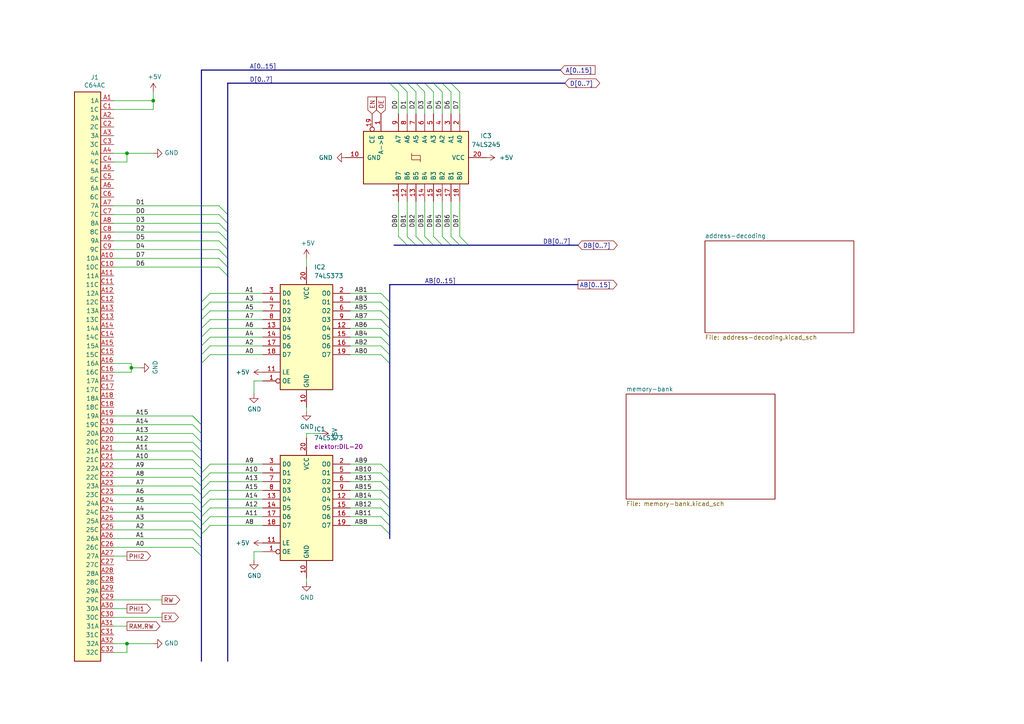
<source format=kicad_sch>
(kicad_sch (version 20231120) (generator "eeschema") (generator_version "8.0")
  (paper "A4")
  (lib_symbols
    (symbol "74xx:74LS245" (pin_names (offset 1.016))
      (property "Reference" "U" (at -7.62 16.51 0))
      (property "Value" "74LS245" (at -7.62 -16.51 0))
      (symbol "74LS245_1_0"
        (polyline (pts (xy -0.635 -1.27) (xy -0.635 1.27) (xy 0.635 1.27)))
        (polyline (pts (xy -1.27 -1.27) (xy 0.635 -1.27) (xy 0.635 1.27) (xy 1.27 1.27)))
        (pin input line (at -12.7 -10.16 0) (length 5.08) (name "A->B") (number "1"))
        (pin power_in line (at 0 -20.32 90) (length 5.08) (name "GND") (number "10"))
        (pin tri_state line (at 12.7 -5.08 180) (length 5.08) (name "B7") (number "11"))
        (pin tri_state line (at 12.7 -2.54 180) (length 5.08) (name "B6") (number "12"))
        (pin tri_state line (at 12.7 0 180) (length 5.08) (name "B5") (number "13"))
        (pin tri_state line (at 12.7 2.54 180) (length 5.08) (name "B4") (number "14"))
        (pin tri_state line (at 12.7 5.08 180) (length 5.08) (name "B3") (number "15"))
        (pin tri_state line (at 12.7 7.62 180) (length 5.08) (name "B2") (number "16"))
        (pin tri_state line (at 12.7 10.16 180) (length 5.08) (name "B1") (number "17"))
        (pin tri_state line (at 12.7 12.7 180) (length 5.08) (name "B0") (number "18"))
        (pin input inverted (at -12.7 -12.7 0) (length 5.08) (name "CE") (number "19"))
        (pin tri_state line (at -12.7 12.7 0) (length 5.08) (name "A0") (number "2"))
        (pin power_in line (at 0 20.32 270) (length 5.08) (name "VCC") (number "20"))
        (pin tri_state line (at -12.7 10.16 0) (length 5.08) (name "A1") (number "3"))
        (pin tri_state line (at -12.7 7.62 0) (length 5.08) (name "A2") (number "4"))
        (pin tri_state line (at -12.7 5.08 0) (length 5.08) (name "A3") (number "5"))
        (pin tri_state line (at -12.7 2.54 0) (length 5.08) (name "A4") (number "6"))
        (pin tri_state line (at -12.7 0 0) (length 5.08) (name "A5") (number "7"))
        (pin tri_state line (at -12.7 -2.54 0) (length 5.08) (name "A6") (number "8"))
        (pin tri_state line (at -12.7 -5.08 0) (length 5.08) (name "A7") (number "9"))
      )
      (symbol "74LS245_1_1"
        (rectangle (start -7.62 15.24) (end 7.62 -15.24) (stroke (width 0.254)) (fill (type background)))
      )
    )
    (symbol "74xx:74LS373"
      (property "Reference" "U" (at -7.62 16.51 0))
      (property "Value" "74LS373" (at -7.62 -16.51 0))
      (symbol "74LS373_1_0"
        (pin input inverted (at -12.7 -12.7 0) (length 5.08) (name "OE") (number "1"))
        (pin power_in line (at 0 -20.32 90) (length 5.08) (name "GND") (number "10"))
        (pin input line (at -12.7 -10.16 0) (length 5.08) (name "LE") (number "11"))
        (pin tri_state line (at 12.7 2.54 180) (length 5.08) (name "O4") (number "12"))
        (pin input line (at -12.7 2.54 0) (length 5.08) (name "D4") (number "13"))
        (pin input line (at -12.7 0 0) (length 5.08) (name "D5") (number "14"))
        (pin tri_state line (at 12.7 0 180) (length 5.08) (name "O5") (number "15"))
        (pin tri_state line (at 12.7 -2.54 180) (length 5.08) (name "O6") (number "16"))
        (pin input line (at -12.7 -2.54 0) (length 5.08) (name "D6") (number "17"))
        (pin input line (at -12.7 -5.08 0) (length 5.08) (name "D7") (number "18"))
        (pin tri_state line (at 12.7 -5.08 180) (length 5.08) (name "O7") (number "19"))
        (pin tri_state line (at 12.7 12.7 180) (length 5.08) (name "O0") (number "2"))
        (pin power_in line (at 0 20.32 270) (length 5.08) (name "VCC") (number "20"))
        (pin input line (at -12.7 12.7 0) (length 5.08) (name "D0") (number "3"))
        (pin input line (at -12.7 10.16 0) (length 5.08) (name "D1") (number "4"))
        (pin tri_state line (at 12.7 10.16 180) (length 5.08) (name "O1") (number "5"))
        (pin tri_state line (at 12.7 7.62 180) (length 5.08) (name "O2") (number "6"))
        (pin input line (at -12.7 7.62 0) (length 5.08) (name "D2") (number "7"))
        (pin input line (at -12.7 5.08 0) (length 5.08) (name "D3") (number "8"))
        (pin tri_state line (at 12.7 5.08 180) (length 5.08) (name "O3") (number "9"))
      )
      (symbol "74LS373_1_1"
        (rectangle (start -7.62 15.24) (end 7.62 -15.24) (stroke (width 0.254)) (fill (type background)))
      )
    )
    (symbol "junior-ram-rescue:+5V-power" (power) (pin_names (offset 0))
      (property "Value" "power_+5V" (at 0 3.556 0))
      (symbol "+5V-power_0_1"
        (polyline (pts (xy -0.762 1.27) (xy 0 2.54)))
        (polyline (pts (xy 0 0) (xy 0 2.54)))
        (polyline (pts (xy 0 2.54) (xy 0.762 1.27)))
      )
      (symbol "+5V-power_1_1"
        (pin power_in line (at 0 0 90) (length 0) hide (name "+5V") (number "1"))
      )
    )
    (symbol "junior-ram-rescue:C64AC-Connector"
      (property "Reference" "J" (at 0 85.09 0))
      (property "Value" "Connector_C64AC" (at 6.35 1.27 90))
      (symbol "C64AC-Connector_0_1"
        (rectangle (start -3.81 -81.28) (end 3.81 83.82) (stroke (width 0.254)) (fill (type background)))
      )
      (symbol "C64AC-Connector_1_1"
        (pin passive line (at -7.62 81.28 0) (length 3.81) (name "1A") (number "A1"))
        (pin passive line (at -7.62 35.56 0) (length 3.81) (name "10A") (number "A10"))
        (pin passive line (at -7.62 30.48 0) (length 3.81) (name "11A") (number "A11"))
        (pin passive line (at -7.62 25.4 0) (length 3.81) (name "12A") (number "A12"))
        (pin passive line (at -7.62 20.32 0) (length 3.81) (name "13A") (number "A13"))
        (pin passive line (at -7.62 15.24 0) (length 3.81) (name "14A") (number "A14"))
        (pin passive line (at -7.62 10.16 0) (length 3.81) (name "15A") (number "A15"))
        (pin passive line (at -7.62 5.08 0) (length 3.81) (name "16A") (number "A16"))
        (pin passive line (at -7.62 0 0) (length 3.81) (name "17A") (number "A17"))
        (pin passive line (at -7.62 -5.08 0) (length 3.81) (name "18A") (number "A18"))
        (pin passive line (at -7.62 -10.16 0) (length 3.81) (name "19A") (number "A19"))
        (pin passive line (at -7.62 76.2 0) (length 3.81) (name "2A") (number "A2"))
        (pin passive line (at -7.62 -15.24 0) (length 3.81) (name "20A") (number "A20"))
        (pin passive line (at -7.62 -20.32 0) (length 3.81) (name "21A") (number "A21"))
        (pin passive line (at -7.62 -25.4 0) (length 3.81) (name "22A") (number "A22"))
        (pin passive line (at -7.62 -30.48 0) (length 3.81) (name "23A") (number "A23"))
        (pin passive line (at -7.62 -35.56 0) (length 3.81) (name "24A") (number "A24"))
        (pin passive line (at -7.62 -40.64 0) (length 3.81) (name "25A") (number "A25"))
        (pin passive line (at -7.62 -45.72 0) (length 3.81) (name "26A") (number "A26"))
        (pin passive line (at -7.62 -50.8 0) (length 3.81) (name "27A") (number "A27"))
        (pin passive line (at -7.62 -55.88 0) (length 3.81) (name "28A") (number "A28"))
        (pin passive line (at -7.62 -60.96 0) (length 3.81) (name "29A") (number "A29"))
        (pin passive line (at -7.62 71.12 0) (length 3.81) (name "3A") (number "A3"))
        (pin passive line (at -7.62 -66.04 0) (length 3.81) (name "30A") (number "A30"))
        (pin passive line (at -7.62 -71.12 0) (length 3.81) (name "31A") (number "A31"))
        (pin passive line (at -7.62 -76.2 0) (length 3.81) (name "32A") (number "A32"))
        (pin passive line (at -7.62 66.04 0) (length 3.81) (name "4A") (number "A4"))
        (pin passive line (at -7.62 60.96 0) (length 3.81) (name "5A") (number "A5"))
        (pin passive line (at -7.62 55.88 0) (length 3.81) (name "6A") (number "A6"))
        (pin passive line (at -7.62 50.8 0) (length 3.81) (name "7A") (number "A7"))
        (pin passive line (at -7.62 45.72 0) (length 3.81) (name "8A") (number "A8"))
        (pin passive line (at -7.62 40.64 0) (length 3.81) (name "9A") (number "A9"))
        (pin passive line (at -7.62 78.74 0) (length 3.81) (name "1C") (number "C1"))
        (pin passive line (at -7.62 33.02 0) (length 3.81) (name "10C") (number "C10"))
        (pin passive line (at -7.62 27.94 0) (length 3.81) (name "11C") (number "C11"))
        (pin passive line (at -7.62 22.86 0) (length 3.81) (name "12C") (number "C12"))
        (pin passive line (at -7.62 17.78 0) (length 3.81) (name "13C") (number "C13"))
        (pin passive line (at -7.62 12.7 0) (length 3.81) (name "14C") (number "C14"))
        (pin passive line (at -7.62 7.62 0) (length 3.81) (name "15C") (number "C15"))
        (pin passive line (at -7.62 2.54 0) (length 3.81) (name "16C") (number "C16"))
        (pin passive line (at -7.62 -2.54 0) (length 3.81) (name "17C") (number "C17"))
        (pin passive line (at -7.62 -7.62 0) (length 3.81) (name "18C") (number "C18"))
        (pin passive line (at -7.62 -12.7 0) (length 3.81) (name "19C") (number "C19"))
        (pin passive line (at -7.62 73.66 0) (length 3.81) (name "2C") (number "C2"))
        (pin passive line (at -7.62 -17.78 0) (length 3.81) (name "20C") (number "C20"))
        (pin passive line (at -7.62 -22.86 0) (length 3.81) (name "21C") (number "C21"))
        (pin passive line (at -7.62 -27.94 0) (length 3.81) (name "22C") (number "C22"))
        (pin passive line (at -7.62 -33.02 0) (length 3.81) (name "23C") (number "C23"))
        (pin passive line (at -7.62 -38.1 0) (length 3.81) (name "24C") (number "C24"))
        (pin passive line (at -7.62 -43.18 0) (length 3.81) (name "25C") (number "C25"))
        (pin passive line (at -7.62 -48.26 0) (length 3.81) (name "26C") (number "C26"))
        (pin passive line (at -7.62 -53.34 0) (length 3.81) (name "27C") (number "C27"))
        (pin passive line (at -7.62 -58.42 0) (length 3.81) (name "28C") (number "C28"))
        (pin passive line (at -7.62 -63.5 0) (length 3.81) (name "29C") (number "C29"))
        (pin passive line (at -7.62 68.58 0) (length 3.81) (name "3C") (number "C3"))
        (pin passive line (at -7.62 -68.58 0) (length 3.81) (name "30C") (number "C30"))
        (pin passive line (at -7.62 -73.66 0) (length 3.81) (name "31C") (number "C31"))
        (pin passive line (at -7.62 -78.74 0) (length 3.81) (name "32C") (number "C32"))
        (pin passive line (at -7.62 63.5 0) (length 3.81) (name "4C") (number "C4"))
        (pin passive line (at -7.62 58.42 0) (length 3.81) (name "5C") (number "C5"))
        (pin passive line (at -7.62 53.34 0) (length 3.81) (name "6C") (number "C6"))
        (pin passive line (at -7.62 48.26 0) (length 3.81) (name "7C") (number "C7"))
        (pin passive line (at -7.62 43.18 0) (length 3.81) (name "8C") (number "C8"))
        (pin passive line (at -7.62 38.1 0) (length 3.81) (name "9C") (number "C9"))
      )
    )
    (symbol "junior-ram-rescue:GND-power" (power) (pin_names (offset 0))
      (property "Value" "power_GND" (at 0 -3.81 0))
      (symbol "GND-power_0_1"
        (polyline (pts (xy 0 0) (xy 0 -1.27) (xy 1.27 -1.27) (xy 0 -2.54) (xy -1.27 -1.27) (xy 0 -1.27)))
      )
      (symbol "GND-power_1_1"
        (pin power_in line (at 0 0 270) (length 0) hide (name "GND") (number "1"))
      )
    )
    (symbol "power:+5V" (power) (pin_numbers hide) (pin_names (offset 0) hide)
      (property "Value" "+5V" (at 0 3.556 0))
      (symbol "+5V_0_1"
        (polyline (pts (xy -0.762 1.27) (xy 0 2.54)))
        (polyline (pts (xy 0 0) (xy 0 2.54)))
        (polyline (pts (xy 0 2.54) (xy 0.762 1.27)))
      )
      (symbol "+5V_1_1"
        (pin power_in line (at 0 0 90) (length 0) (name "~") (number "1"))
      )
    )
    (symbol "power:GND" (power) (pin_numbers hide) (pin_names (offset 0) hide)
      (property "Value" "GND" (at 0 -3.81 0))
      (symbol "GND_0_1"
        (polyline (pts (xy 0 0) (xy 0 -1.27) (xy 1.27 -1.27) (xy 0 -2.54) (xy -1.27 -1.27) (xy 0 -1.27)))
      )
      (symbol "GND_1_1"
        (pin power_in line (at 0 0 270) (length 0) (name "~") (number "1"))
      )
    )
  )
  (junction (at 36.83 44.45))
  (junction (at 44.45 29.21))
  (junction (at 38.1 106.68))
  (junction (at 36.83 186.69))
  (bus_entry (at 58.42 100.33) (size 2.54 -2.54))
  (bus_entry (at 55.88 146.05) (size 2.54 2.54))
  (bus_entry (at 55.88 120.65) (size 2.54 2.54))
  (bus_entry (at 110.49 144.78) (size 2.54 2.54))
  (bus_entry (at 125.73 24.13) (size 2.54 2.54))
  (bus_entry (at 63.5 72.39) (size 2.54 2.54))
  (bus_entry (at 110.49 102.87) (size 2.54 2.54))
  (bus_entry (at 130.81 24.13) (size 2.54 2.54))
  (bus_entry (at 110.49 95.25) (size 2.54 2.54))
  (bus_entry (at 55.88 125.73) (size 2.54 2.54))
  (bus_entry (at 55.88 133.35) (size 2.54 2.54))
  (bus_entry (at 63.5 74.93) (size 2.54 2.54))
  (bus_entry (at 55.88 143.51) (size 2.54 2.54))
  (bus_entry (at 58.42 147.32) (size 2.54 -2.54))
  (bus_entry (at 110.49 139.7) (size 2.54 2.54))
  (bus_entry (at 55.88 151.13) (size 2.54 2.54))
  (bus_entry (at 55.88 153.67) (size 2.54 2.54))
  (bus_entry (at 133.35 68.58) (size 2.54 2.54))
  (bus_entry (at 63.5 59.69) (size 2.54 2.54))
  (bus_entry (at 63.5 62.23) (size 2.54 2.54))
  (bus_entry (at 110.49 85.09) (size 2.54 2.54))
  (bus_entry (at 110.49 92.71) (size 2.54 2.54))
  (bus_entry (at 123.19 68.58) (size 2.54 2.54))
  (bus_entry (at 110.49 142.24) (size 2.54 2.54))
  (bus_entry (at 113.03 24.13) (size 2.54 2.54))
  (bus_entry (at 63.5 67.31) (size 2.54 2.54))
  (bus_entry (at 118.11 24.13) (size 2.54 2.54))
  (bus_entry (at 58.42 90.17) (size 2.54 -2.54))
  (bus_entry (at 110.49 147.32) (size 2.54 2.54))
  (bus_entry (at 58.42 142.24) (size 2.54 -2.54))
  (bus_entry (at 55.88 135.89) (size 2.54 2.54))
  (bus_entry (at 55.88 158.75) (size 2.54 2.54))
  (bus_entry (at 58.42 149.86) (size 2.54 -2.54))
  (bus_entry (at 55.88 123.19) (size 2.54 2.54))
  (bus_entry (at 115.57 68.58) (size 2.54 2.54))
  (bus_entry (at 63.5 77.47) (size 2.54 2.54))
  (bus_entry (at 118.11 68.58) (size 2.54 2.54))
  (bus_entry (at 58.42 152.4) (size 2.54 -2.54))
  (bus_entry (at 110.49 149.86) (size 2.54 2.54))
  (bus_entry (at 58.42 92.71) (size 2.54 -2.54))
  (bus_entry (at 63.5 64.77) (size 2.54 2.54))
  (bus_entry (at 123.19 24.13) (size 2.54 2.54))
  (bus_entry (at 58.42 97.79) (size 2.54 -2.54))
  (bus_entry (at 110.49 100.33) (size 2.54 2.54))
  (bus_entry (at 55.88 120.65) (size 2.54 2.54))
  (bus_entry (at 58.42 95.25) (size 2.54 -2.54))
  (bus_entry (at 128.27 24.13) (size 2.54 2.54))
  (bus_entry (at 58.42 102.87) (size 2.54 -2.54))
  (bus_entry (at 130.81 68.58) (size 2.54 2.54))
  (bus_entry (at 110.49 152.4) (size 2.54 2.54))
  (bus_entry (at 55.88 156.21) (size 2.54 2.54))
  (bus_entry (at 58.42 154.94) (size 2.54 -2.54))
  (bus_entry (at 125.73 68.58) (size 2.54 2.54))
  (bus_entry (at 128.27 68.58) (size 2.54 2.54))
  (bus_entry (at 63.5 69.85) (size 2.54 2.54))
  (bus_entry (at 55.88 148.59) (size 2.54 2.54))
  (bus_entry (at 58.42 137.16) (size 2.54 -2.54))
  (bus_entry (at 58.42 105.41) (size 2.54 -2.54))
  (bus_entry (at 110.49 97.79) (size 2.54 2.54))
  (bus_entry (at 58.42 87.63) (size 2.54 -2.54))
  (bus_entry (at 120.65 68.58) (size 2.54 2.54))
  (bus_entry (at 110.49 90.17) (size 2.54 2.54))
  (bus_entry (at 55.88 138.43) (size 2.54 2.54))
  (bus_entry (at 115.57 24.13) (size 2.54 2.54))
  (bus_entry (at 110.49 87.63) (size 2.54 2.54))
  (bus_entry (at 110.49 137.16) (size 2.54 2.54))
  (bus_entry (at 55.88 130.81) (size 2.54 2.54))
  (bus_entry (at 55.88 140.97) (size 2.54 2.54))
  (bus_entry (at 58.42 144.78) (size 2.54 -2.54))
  (bus_entry (at 55.88 128.27) (size 2.54 2.54))
  (bus_entry (at 58.42 139.7) (size 2.54 -2.54))
  (bus_entry (at 120.65 24.13) (size 2.54 2.54))
  (bus_entry (at 110.49 134.62) (size 2.54 2.54))
  (bus (pts (xy 115.57 24.13) (xy 118.11 24.13)))
  (wire (pts (xy 33.02 31.75) (xy 44.45 31.75)))
  (wire (pts (xy 63.5 77.47) (xy 33.02 77.47)))
  (bus (pts (xy 58.42 146.05) (xy 58.42 147.32)))
  (bus (pts (xy 133.35 71.12) (xy 135.89 71.12)))
  (wire (pts (xy 133.35 58.42) (xy 133.35 68.58)))
  (bus (pts (xy 58.42 144.78) (xy 58.42 146.05)))
  (wire (pts (xy 101.6 95.25) (xy 110.49 95.25)))
  (bus (pts (xy 58.42 95.25) (xy 58.42 97.79)))
  (wire (pts (xy 115.57 58.42) (xy 115.57 68.58)))
  (wire (pts (xy 38.1 107.95) (xy 38.1 106.68)))
  (bus (pts (xy 66.04 69.85) (xy 66.04 72.39)))
  (wire (pts (xy 44.45 29.21) (xy 44.45 26.67)))
  (wire (pts (xy 88.9 125.73) (xy 88.9 127)))
  (bus (pts (xy 58.42 133.35) (xy 58.42 135.89)))
  (wire (pts (xy 101.6 142.24) (xy 110.49 142.24)))
  (wire (pts (xy 101.6 152.4) (xy 110.49 152.4)))
  (wire (pts (xy 33.02 158.75) (xy 55.88 158.75)))
  (bus (pts (xy 113.03 105.41) (xy 113.03 137.16)))
  (wire (pts (xy 33.02 29.21) (xy 44.45 29.21)))
  (wire (pts (xy 33.02 46.99) (xy 36.83 46.99)))
  (wire (pts (xy 73.66 110.49) (xy 73.66 114.3)))
  (wire (pts (xy 33.02 123.19) (xy 55.88 123.19)))
  (bus (pts (xy 58.42 135.89) (xy 58.42 137.16)))
  (bus (pts (xy 66.04 67.31) (xy 66.04 69.85)))
  (wire (pts (xy 55.88 140.97) (xy 33.02 140.97)))
  (bus (pts (xy 113.03 149.86) (xy 113.03 152.4)))
  (wire (pts (xy 118.11 26.67) (xy 118.11 33.02)))
  (wire (pts (xy 130.81 26.67) (xy 130.81 33.02)))
  (bus (pts (xy 58.42 158.75) (xy 58.42 161.29)))
  (bus (pts (xy 58.42 143.51) (xy 58.42 144.78)))
  (wire (pts (xy 130.81 58.42) (xy 130.81 68.58)))
  (wire (pts (xy 115.57 26.67) (xy 115.57 33.02)))
  (wire (pts (xy 55.88 156.21) (xy 33.02 156.21)))
  (bus (pts (xy 123.19 24.13) (xy 125.73 24.13)))
  (wire (pts (xy 36.83 189.23) (xy 36.83 186.69)))
  (wire (pts (xy 44.45 31.75) (xy 44.45 29.21)))
  (wire (pts (xy 76.2 110.49) (xy 73.66 110.49)))
  (bus (pts (xy 58.42 148.59) (xy 58.42 149.86)))
  (bus (pts (xy 58.42 20.32) (xy 58.42 87.63)))
  (bus (pts (xy 113.03 147.32) (xy 113.03 149.86)))
  (bus (pts (xy 58.42 102.87) (xy 58.42 105.41)))
  (bus (pts (xy 130.81 24.13) (xy 163.83 24.13)))
  (bus (pts (xy 113.03 102.87) (xy 113.03 105.41)))
  (wire (pts (xy 33.02 148.59) (xy 55.88 148.59)))
  (wire (pts (xy 101.6 147.32) (xy 110.49 147.32)))
  (wire (pts (xy 44.45 44.45) (xy 36.83 44.45)))
  (bus (pts (xy 113.03 154.94) (xy 113.03 156.21)))
  (wire (pts (xy 60.96 102.87) (xy 76.2 102.87)))
  (wire (pts (xy 76.2 134.62) (xy 60.96 134.62)))
  (bus (pts (xy 113.03 144.78) (xy 113.03 147.32)))
  (bus (pts (xy 120.65 71.12) (xy 123.19 71.12)))
  (bus (pts (xy 58.42 161.29) (xy 58.42 191.77)))
  (wire (pts (xy 55.88 120.65) (xy 33.02 120.65)))
  (wire (pts (xy 60.96 97.79) (xy 76.2 97.79)))
  (bus (pts (xy 113.03 90.17) (xy 113.03 92.71)))
  (bus (pts (xy 125.73 24.13) (xy 128.27 24.13)))
  (wire (pts (xy 76.2 90.17) (xy 60.96 90.17)))
  (wire (pts (xy 73.66 160.02) (xy 73.66 162.56)))
  (bus (pts (xy 58.42 147.32) (xy 58.42 148.59)))
  (wire (pts (xy 101.6 87.63) (xy 110.49 87.63)))
  (bus (pts (xy 113.03 152.4) (xy 113.03 154.94)))
  (bus (pts (xy 58.42 87.63) (xy 58.42 90.17)))
  (wire (pts (xy 55.88 130.81) (xy 33.02 130.81)))
  (bus (pts (xy 58.42 149.86) (xy 58.42 151.13)))
  (wire (pts (xy 76.2 95.25) (xy 60.96 95.25)))
  (wire (pts (xy 110.49 102.87) (xy 101.6 102.87)))
  (wire (pts (xy 101.6 100.33) (xy 110.49 100.33)))
  (wire (pts (xy 63.5 62.23) (xy 33.02 62.23)))
  (bus (pts (xy 58.42 20.32) (xy 162.56 20.32)))
  (wire (pts (xy 110.49 97.79) (xy 101.6 97.79)))
  (bus (pts (xy 58.42 125.73) (xy 58.42 128.27)))
  (wire (pts (xy 63.5 74.93) (xy 33.02 74.93)))
  (wire (pts (xy 110.49 144.78) (xy 101.6 144.78)))
  (wire (pts (xy 110.49 90.17) (xy 101.6 90.17)))
  (wire (pts (xy 110.49 85.09) (xy 101.6 85.09)))
  (bus (pts (xy 128.27 24.13) (xy 130.81 24.13)))
  (bus (pts (xy 66.04 77.47) (xy 66.04 80.01)))
  (wire (pts (xy 63.5 64.77) (xy 33.02 64.77)))
  (wire (pts (xy 63.5 69.85) (xy 33.02 69.85)))
  (wire (pts (xy 125.73 26.67) (xy 125.73 33.02)))
  (bus (pts (xy 135.89 71.12) (xy 167.64 71.12)))
  (wire (pts (xy 76.2 149.86) (xy 60.96 149.86)))
  (wire (pts (xy 88.9 167.64) (xy 88.9 168.91)))
  (wire (pts (xy 36.83 161.29) (xy 33.02 161.29)))
  (bus (pts (xy 113.03 100.33) (xy 113.03 102.87)))
  (wire (pts (xy 36.83 186.69) (xy 33.02 186.69)))
  (wire (pts (xy 110.49 134.62) (xy 101.6 134.62)))
  (bus (pts (xy 58.42 139.7) (xy 58.42 140.97)))
  (wire (pts (xy 55.88 125.73) (xy 33.02 125.73)))
  (bus (pts (xy 58.42 151.13) (xy 58.42 152.4)))
  (bus (pts (xy 58.42 90.17) (xy 58.42 92.71)))
  (bus (pts (xy 113.03 82.55) (xy 167.64 82.55)))
  (bus (pts (xy 58.42 137.16) (xy 58.42 138.43)))
  (bus (pts (xy 58.42 138.43) (xy 58.42 139.7)))
  (wire (pts (xy 38.1 106.68) (xy 38.1 105.41)))
  (wire (pts (xy 33.02 153.67) (xy 55.88 153.67)))
  (bus (pts (xy 58.42 140.97) (xy 58.42 142.24)))
  (wire (pts (xy 33.02 143.51) (xy 55.88 143.51)))
  (wire (pts (xy 55.88 151.13) (xy 33.02 151.13)))
  (bus (pts (xy 113.03 24.13) (xy 115.57 24.13)))
  (wire (pts (xy 133.35 26.67) (xy 133.35 33.02)))
  (wire (pts (xy 125.73 58.42) (xy 125.73 68.58)))
  (wire (pts (xy 55.88 146.05) (xy 33.02 146.05)))
  (bus (pts (xy 58.42 105.41) (xy 58.42 123.19)))
  (wire (pts (xy 60.96 87.63) (xy 76.2 87.63)))
  (wire (pts (xy 128.27 26.67) (xy 128.27 33.02)))
  (wire (pts (xy 33.02 173.99) (xy 46.99 173.99)))
  (wire (pts (xy 123.19 58.42) (xy 123.19 68.58)))
  (wire (pts (xy 92.71 125.73) (xy 88.9 125.73)))
  (wire (pts (xy 101.6 92.71) (xy 110.49 92.71)))
  (bus (pts (xy 123.19 71.12) (xy 125.73 71.12)))
  (wire (pts (xy 33.02 189.23) (xy 36.83 189.23)))
  (wire (pts (xy 63.5 59.69) (xy 33.02 59.69)))
  (bus (pts (xy 118.11 71.12) (xy 120.65 71.12)))
  (wire (pts (xy 33.02 181.61) (xy 36.83 181.61)))
  (bus (pts (xy 58.42 130.81) (xy 58.42 133.35)))
  (bus (pts (xy 58.42 142.24) (xy 58.42 143.51)))
  (bus (pts (xy 125.73 71.12) (xy 128.27 71.12)))
  (bus (pts (xy 58.42 154.94) (xy 58.42 156.21)))
  (wire (pts (xy 38.1 105.41) (xy 33.02 105.41)))
  (wire (pts (xy 33.02 133.35) (xy 55.88 133.35)))
  (bus (pts (xy 128.27 71.12) (xy 130.81 71.12)))
  (bus (pts (xy 66.04 62.23) (xy 66.04 64.77)))
  (wire (pts (xy 110.49 149.86) (xy 101.6 149.86)))
  (wire (pts (xy 76.2 139.7) (xy 60.96 139.7)))
  (bus (pts (xy 66.04 72.39) (xy 66.04 74.93)))
  (wire (pts (xy 33.02 176.53) (xy 36.83 176.53)))
  (wire (pts (xy 63.5 67.31) (xy 33.02 67.31)))
  (bus (pts (xy 113.03 82.55) (xy 113.03 87.63)))
  (wire (pts (xy 101.6 137.16) (xy 110.49 137.16)))
  (wire (pts (xy 60.96 142.24) (xy 76.2 142.24)))
  (wire (pts (xy 36.83 44.45) (xy 33.02 44.45)))
  (bus (pts (xy 66.04 24.13) (xy 66.04 62.23)))
  (wire (pts (xy 44.45 186.69) (xy 36.83 186.69)))
  (wire (pts (xy 123.19 26.67) (xy 123.19 33.02)))
  (bus (pts (xy 66.04 80.01) (xy 66.04 191.77)))
  (wire (pts (xy 76.2 85.09) (xy 60.96 85.09)))
  (bus (pts (xy 58.42 97.79) (xy 58.42 100.33)))
  (wire (pts (xy 110.49 139.7) (xy 101.6 139.7)))
  (wire (pts (xy 76.2 144.78) (xy 60.96 144.78)))
  (bus (pts (xy 120.65 24.13) (xy 123.19 24.13)))
  (wire (pts (xy 33.02 179.07) (xy 46.99 179.07)))
  (bus (pts (xy 58.42 152.4) (xy 58.42 153.67)))
  (bus (pts (xy 58.42 153.67) (xy 58.42 154.94)))
  (bus (pts (xy 113.03 142.24) (xy 113.03 144.78)))
  (bus (pts (xy 58.42 100.33) (xy 58.42 102.87)))
  (wire (pts (xy 60.96 147.32) (xy 76.2 147.32)))
  (wire (pts (xy 60.96 152.4) (xy 76.2 152.4)))
  (bus (pts (xy 58.42 123.19) (xy 58.42 125.73)))
  (wire (pts (xy 76.2 100.33) (xy 60.96 100.33)))
  (wire (pts (xy 128.27 58.42) (xy 128.27 68.58)))
  (bus (pts (xy 130.81 71.12) (xy 133.35 71.12)))
  (wire (pts (xy 118.11 58.42) (xy 118.11 68.58)))
  (bus (pts (xy 66.04 74.93) (xy 66.04 77.47)))
  (bus (pts (xy 113.03 97.79) (xy 113.03 100.33)))
  (wire (pts (xy 120.65 58.42) (xy 120.65 68.58)))
  (bus (pts (xy 58.42 92.71) (xy 58.42 95.25)))
  (bus (pts (xy 113.03 139.7) (xy 113.03 142.24)))
  (wire (pts (xy 36.83 46.99) (xy 36.83 44.45)))
  (wire (pts (xy 60.96 92.71) (xy 76.2 92.71)))
  (wire (pts (xy 55.88 135.89) (xy 33.02 135.89)))
  (wire (pts (xy 88.9 74.93) (xy 88.9 77.47)))
  (bus (pts (xy 118.11 24.13) (xy 120.65 24.13)))
  (bus (pts (xy 113.03 95.25) (xy 113.03 97.79)))
  (wire (pts (xy 33.02 128.27) (xy 55.88 128.27)))
  (bus (pts (xy 58.42 128.27) (xy 58.42 130.81)))
  (wire (pts (xy 33.02 138.43) (xy 55.88 138.43)))
  (bus (pts (xy 66.04 24.13) (xy 113.03 24.13)))
  (wire (pts (xy 60.96 137.16) (xy 76.2 137.16)))
  (wire (pts (xy 38.1 106.68) (xy 40.64 106.68)))
  (bus (pts (xy 113.03 137.16) (xy 113.03 139.7)))
  (bus (pts (xy 114.3 71.12) (xy 118.11 71.12)))
  (wire (pts (xy 76.2 160.02) (xy 73.66 160.02)))
  (bus (pts (xy 113.03 92.71) (xy 113.03 95.25)))
  (bus (pts (xy 113.03 87.63) (xy 113.03 90.17)))
  (wire (pts (xy 88.9 118.11) (xy 88.9 119.38)))
  (wire (pts (xy 120.65 26.67) (xy 120.65 33.02)))
  (wire (pts (xy 33.02 107.95) (xy 38.1 107.95)))
  (bus (pts (xy 58.42 156.21) (xy 58.42 158.75)))
  (bus (pts (xy 66.04 64.77) (xy 66.04 67.31)))
  (wire (pts (xy 63.5 72.39) (xy 33.02 72.39)))
  (label "D4" (at 39.37 72.39 0))
  (label "D0" (at 115.57 31.75 90))
  (label "DB[0..7]" (at 157.48 71.12 0))
  (label "A0" (at 39.37 158.75 0))
  (label "AB5" (at 102.87 90.17 0))
  (label "A13" (at 71.12 139.7 0))
  (label "DB7" (at 133.35 66.04 90))
  (label "D2" (at 39.37 67.31 0))
  (label "A8" (at 71.12 152.4 0))
  (label "DB5" (at 128.27 66.04 90))
  (label "DB0" (at 115.57 66.04 90))
  (label "A[0..15]" (at 72.39 20.32 0))
  (label "A15" (at 71.12 142.24 0))
  (label "A2" (at 71.12 100.33 0))
  (label "D[0..7]" (at 72.39 24.13 0))
  (label "AB4" (at 102.87 97.79 0))
  (label "D3" (at 123.19 31.75 90))
  (label "A5" (at 71.12 90.17 0))
  (label "A1" (at 71.12 85.09 0))
  (label "AB12" (at 102.87 147.32 0))
  (label "D0" (at 39.37 62.23 0))
  (label "AB13" (at 102.87 139.7 0))
  (label "D3" (at 39.37 64.77 0))
  (label "A14" (at 39.37 123.19 0))
  (label "A10" (at 39.37 133.35 0))
  (label "AB14" (at 102.87 144.78 0))
  (label "AB10" (at 102.87 137.16 0))
  (label "D2" (at 120.65 31.75 90))
  (label "D6" (at 130.81 31.75 90))
  (label "A15" (at 39.37 120.65 0))
  (label "A13" (at 39.37 125.73 0))
  (label "D7" (at 133.35 31.75 90))
  (label "A3" (at 71.12 87.63 0))
  (label "A9" (at 39.37 135.89 0))
  (label "A10" (at 71.12 137.16 0))
  (label "AB11" (at 102.87 149.86 0))
  (label "AB2" (at 102.87 100.33 0))
  (label "D6" (at 39.37 77.47 0))
  (label "AB15" (at 102.87 142.24 0))
  (label "A4" (at 71.12 97.79 0))
  (label "DB6" (at 130.81 66.04 90))
  (label "AB9" (at 102.87 134.62 0))
  (label "A11" (at 39.37 130.81 0))
  (label "AB[0..15]" (at 123.19 82.55 0))
  (label "D7" (at 39.37 74.93 0))
  (label "D1" (at 118.11 31.75 90))
  (label "A6" (at 71.12 95.25 0))
  (label "A5" (at 39.37 146.05 0))
  (label "A1" (at 39.37 156.21 0))
  (label "D5" (at 39.37 69.85 0))
  (label "A9" (at 71.12 134.62 0))
  (label "AB6" (at 102.87 95.25 0))
  (label "DB4" (at 125.73 66.04 90))
  (label "AB1" (at 102.87 85.09 0))
  (label "A4" (at 39.37 148.59 0))
  (label "D1" (at 39.37 59.69 0))
  (label "DB3" (at 123.19 66.04 90))
  (label "AB8" (at 102.87 152.4 0))
  (label "D5" (at 128.27 31.75 90))
  (label "AB3" (at 102.87 87.63 0))
  (label "A7" (at 71.12 92.71 0))
  (label "A8" (at 39.37 138.43 0))
  (label "DB2" (at 120.65 66.04 90))
  (label "D4" (at 125.73 31.75 90))
  (label "A14" (at 71.12 144.78 0))
  (label "A0" (at 71.12 102.87 0))
  (label "DB1" (at 118.11 66.04 90))
  (label "A2" (at 39.37 153.67 0))
  (label "A11" (at 71.12 149.86 0))
  (label "A3" (at 39.37 151.13 0))
  (label "AB0" (at 102.87 102.87 0))
  (label "A12" (at 71.12 147.32 0))
  (label "A12" (at 39.37 128.27 0))
  (label "AB7" (at 102.87 92.71 0))
  (label "A6" (at 39.37 143.51 0))
  (label "A7" (at 39.37 140.97 0))
  (global_label "PHI2" (shape output) (at 36.83 161.29 0) (property "Intersheetrefs" "${INTERSHEET_REFS}" (effects (hide yes))))
  (global_label "AB[0..15]" (shape output) (at 167.64 82.55 0) (property "Intersheetrefs" "${INTERSHEET_REFS}" (effects (hide yes))))
  (global_label "OE" (shape input) (at 110.49 33.02 90) (property "Intersheetrefs" "${INTERSHEET_REFS}" (effects (hide yes))))
  (global_label "EX" (shape output) (at 46.99 179.07 0) (property "Intersheetrefs" "${INTERSHEET_REFS}" (effects (hide yes))))
  (global_label "PHI1" (shape output) (at 36.83 176.53 0) (property "Intersheetrefs" "${INTERSHEET_REFS}" (effects (hide yes))))
  (global_label "RW" (shape output) (at 46.99 173.99 0) (property "Intersheetrefs" "${INTERSHEET_REFS}" (effects (hide yes))))
  (global_label "RAM.RW" (shape output) (at 36.83 181.61 0) (property "Intersheetrefs" "${INTERSHEET_REFS}" (effects (hide yes))))
  (global_label "EN" (shape input) (at 107.95 33.02 90) (property "Intersheetrefs" "${INTERSHEET_REFS}" (effects (hide yes))))
  (global_label "DB[0..7]" (shape bidirectional) (at 167.64 71.12 0) (property "Intersheetrefs" "${INTERSHEET_REFS}" (effects (hide yes))))
  (global_label "D[0..7]" (shape bidirectional) (at 163.83 24.13 0) (property "Intersheetrefs" "${INTERSHEET_REFS}" (effects (hide yes))))
  (global_label "A[0..15]" (shape input) (at 162.56 20.32 0) (property "Intersheetrefs" "${INTERSHEET_REFS}" (effects (hide yes))))
  (symbol (lib_id "junior-ram-rescue:C64AC-Connector") (at 25.4 110.49 0) (mirror y) (unit 1)
    (property "Reference" "J1" (at 27.4828 22.4282 0))
    (property "Value" "C64AC" (at 27.4828 24.7396 0))
    (property "Footprint" "elektor:DIN-41612-AC" (effects (hide yes)))
    (property "Datasheet" " ~" (effects (hide yes)))
  )
  (symbol (lib_id "junior-ram-rescue:+5V-power") (at 44.45 26.67 0) (unit 1)
    (property "Reference" "#PWR0101" (effects (hide yes)))
    (property "Value" "+5V" (at 44.831 22.2758 0))
  )
  (symbol (lib_id "junior-ram-rescue:GND-power") (at 44.45 44.45 90) (unit 1)
    (property "Reference" "#PWR0102" (effects (hide yes)))
    (property "Value" "GND" (at 47.7012 44.323 90) (effects (justify right)))
  )
  (symbol (lib_id "junior-ram-rescue:GND-power") (at 44.45 186.69 90) (unit 1)
    (property "Reference" "#PWR0103" (effects (hide yes)))
    (property "Value" "GND" (at 47.7012 186.563 90) (effects (justify right)))
  )
  (symbol (lib_id "junior-ram-rescue:GND-power") (at 40.64 106.68 90) (unit 1)
    (property "Reference" "#PWR0111" (effects (hide yes)))
    (property "Value" "GND" (at 45.0342 106.553 0))
  )
  (symbol (lib_id "junior-ram-rescue:GND-power") (at 73.66 114.3 0) (unit 1)
    (property "Reference" "#PWR0104" (effects (hide yes)))
    (property "Value" "GND" (at 73.787 118.6942 0))
  )
  (symbol (lib_id "junior-ram-rescue:GND-power") (at 73.66 162.56 0) (unit 1)
    (property "Reference" "#PWR0105" (effects (hide yes)))
    (property "Value" "GND" (at 73.787 166.9542 0))
  )
  (symbol (lib_id "junior-ram-rescue:GND-power") (at 88.9 119.38 0) (unit 1)
    (property "Reference" "#PWR0106" (effects (hide yes)))
    (property "Value" "GND" (at 89.027 123.7742 0))
  )
  (symbol (lib_id "junior-ram-rescue:GND-power") (at 88.9 168.91 0) (unit 1)
    (property "Reference" "#PWR0107" (effects (hide yes)))
    (property "Value" "GND" (at 89.027 173.3042 0))
  )
  (symbol (lib_id "junior-ram-rescue:+5V-power") (at 88.9 74.93 0) (unit 1)
    (property "Reference" "#PWR0114" (effects (hide yes)))
    (property "Value" "+5V" (at 89.281 70.5358 0))
  )
  (symbol (lib_id "junior-ram-rescue:+5V-power") (at 92.71 125.73 270) (unit 1)
    (property "Reference" "#PWR0108" (effects (hide yes)))
    (property "Value" "+5V" (at 97.1042 126.111 0))
  )
  (symbol (lib_id "74xx:74LS373") (at 88.9 97.79 0) (unit 1)
    (property "Reference" "IC2" (at 91.0941 77.47 0) (effects (justify left)))
    (property "Value" "74LS373" (at 91.0941 80.01 0) (effects (justify left)))
    (property "Footprint" "elektor:DIL-20" (effects (hide yes)))
    (property "Datasheet" "http://www.ti.com/lit/gpn/sn74LS373" (effects (hide yes)))
    (property "Description" "8-bit Latch, 3-state outputs" (effects (hide yes)))
  )
  (symbol (lib_id "74xx:74LS373") (at 88.9 147.32 0) (unit 1)
    (property "Reference" "IC1" (at 91.0941 124.46 0) (effects (justify left)))
    (property "Value" "74LS373" (at 91.0941 127 0) (effects (justify left)))
    (property "Footprint" "elektor:DIL-20" (at 91.0941 129.54 0) (effects (justify left)))
    (property "Datasheet" "http://www.ti.com/lit/gpn/sn74LS373" (effects (hide yes)))
    (property "Description" "8-bit Latch, 3-state outputs" (effects (hide yes)))
  )
  (symbol (lib_id "power:+5V") (at 76.2 107.95 90) (unit 1)
    (property "Reference" "#PWR057" (effects (hide yes)))
    (property "Value" "+5V" (at 72.39 107.9499 90) (effects (justify left)))
    (property "Description" "Power symbol creates a global label with name \"+5V\"" (effects (hide yes)))
  )
  (symbol (lib_id "power:+5V") (at 140.97 45.72 270) (unit 1)
    (property "Reference" "#PWR034" (effects (hide yes)))
    (property "Value" "+5V" (at 144.78 45.7199 90) (effects (justify left)))
    (property "Description" "Power symbol creates a global label with name \"+5V\"" (effects (hide yes)))
  )
  (symbol (lib_id "74xx:74LS245") (at 120.65 45.72 270) (unit 1)
    (property "Reference" "IC3" (at 140.97 39.4014 90))
    (property "Value" "74LS245" (at 140.97 41.9414 90))
    (property "Footprint" "elektor:DIL-20" (effects (hide yes)))
    (property "Datasheet" "http://www.ti.com/lit/gpn/sn74LS245" (effects (hide yes)))
    (property "Description" "Octal BUS Transceivers, 3-State outputs" (effects (hide yes)))
  )
  (symbol (lib_id "power:+5V") (at 76.2 157.48 90) (unit 1)
    (property "Reference" "#PWR058" (effects (hide yes)))
    (property "Value" "+5V" (at 72.39 157.4799 90) (effects (justify left)))
    (property "Description" "Power symbol creates a global label with name \"+5V\"" (effects (hide yes)))
  )
  (symbol (lib_id "power:GND") (at 100.33 45.72 270) (unit 1)
    (property "Reference" "#PWR035" (effects (hide yes)))
    (property "Value" "GND" (at 96.52 45.7199 90) (effects (justify right)))
    (property "Description" "Power symbol creates a global label with name \"GND\" , ground" (effects (hide yes)))
  )
  (sheet (at 181.61 114.3) (size 43.18 30.48) (stroke (width 0.1524))
    (property "Sheetname" "memory-bank" (at 181.61 113.5884 0) (effects (justify left bottom)))
    (property "Sheetfile" "memory-bank.kicad_sch" (at 181.61 145.3646 0) (effects (justify left top)))
  )
  (sheet (at 204.47 69.85) (size 43.18 26.67) (stroke (width 0.1524))
    (property "Sheetname" "address-decoding" (at 204.47 69.1384 0) (effects (justify left bottom)))
    (property "Sheetfile" "address-decoding.kicad_sch" (at 204.47 97.1046 0) (effects (justify left top)))
  )
)
</source>
